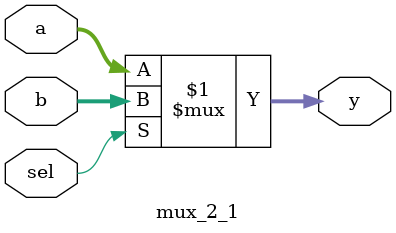
<source format=v>
`timescale 1ns / 1ps

module mux_2_1(input sel, input [31:0] a, input [31:0] b, output [31:0] y);
    
    assign y = (sel)?b:a;
    
endmodule

</source>
